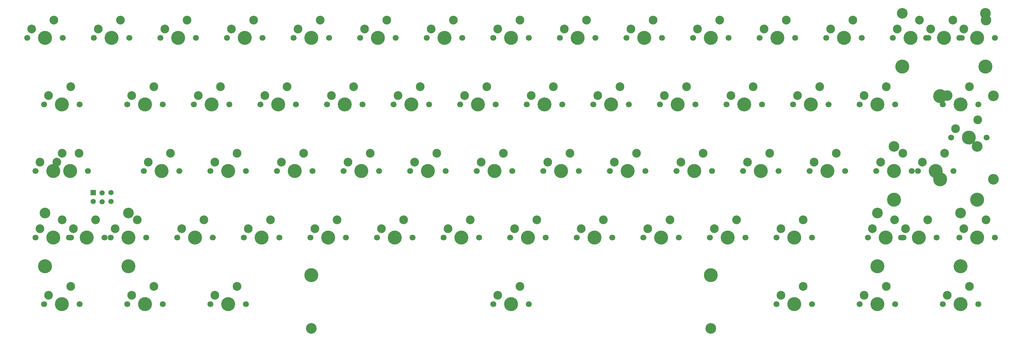
<source format=gbr>
%TF.GenerationSoftware,KiCad,Pcbnew,(5.99.0-13123-g97e9348ee1)*%
%TF.CreationDate,2021-12-06T14:10:23+03:00*%
%TF.ProjectId,Monoflex60,4d6f6e6f-666c-4657-9836-302e6b696361,rev?*%
%TF.SameCoordinates,Original*%
%TF.FileFunction,Soldermask,Top*%
%TF.FilePolarity,Negative*%
%FSLAX46Y46*%
G04 Gerber Fmt 4.6, Leading zero omitted, Abs format (unit mm)*
G04 Created by KiCad (PCBNEW (5.99.0-13123-g97e9348ee1)) date 2021-12-06 14:10:23*
%MOMM*%
%LPD*%
G01*
G04 APERTURE LIST*
%ADD10C,1.700000*%
%ADD11C,4.000000*%
%ADD12C,2.500000*%
%ADD13C,3.000000*%
%ADD14C,3.050000*%
%ADD15C,3.987800*%
%ADD16R,1.500000X1.500000*%
%ADD17C,1.500000*%
G04 APERTURE END LIST*
D10*
%TO.C,SW1*%
X60007500Y-92075000D03*
D11*
X65087500Y-92075000D03*
D10*
X70167500Y-92075000D03*
D12*
X61277500Y-89535000D03*
X67627500Y-86995000D03*
%TD*%
D10*
%TO.C,SW3*%
X108267500Y-92075000D03*
D11*
X103187500Y-92075000D03*
D10*
X98107500Y-92075000D03*
D12*
X99377500Y-89535000D03*
X105727500Y-86995000D03*
%TD*%
D10*
%TO.C,SW4*%
X117157500Y-92075000D03*
X127317500Y-92075000D03*
D11*
X122237500Y-92075000D03*
D12*
X118427500Y-89535000D03*
X124777500Y-86995000D03*
%TD*%
D10*
%TO.C,SW5*%
X136207500Y-92075000D03*
X146367500Y-92075000D03*
D11*
X141287500Y-92075000D03*
D12*
X137477500Y-89535000D03*
X143827500Y-86995000D03*
%TD*%
D10*
%TO.C,SW6*%
X155257500Y-92075000D03*
X165417500Y-92075000D03*
D11*
X160337500Y-92075000D03*
D12*
X156527500Y-89535000D03*
X162877500Y-86995000D03*
%TD*%
D11*
%TO.C,SW7*%
X179387500Y-92075000D03*
D10*
X184467500Y-92075000D03*
X174307500Y-92075000D03*
D12*
X175577500Y-89535000D03*
X181927500Y-86995000D03*
%TD*%
D11*
%TO.C,SW8*%
X198437500Y-92075000D03*
D10*
X203517500Y-92075000D03*
X193357500Y-92075000D03*
D12*
X194627500Y-89535000D03*
X200977500Y-86995000D03*
%TD*%
D10*
%TO.C,SW9*%
X222567500Y-92075000D03*
X212407500Y-92075000D03*
D11*
X217487500Y-92075000D03*
D12*
X213677500Y-89535000D03*
X220027500Y-86995000D03*
%TD*%
D10*
%TO.C,SW10*%
X231457500Y-92075000D03*
X241617500Y-92075000D03*
D11*
X236537500Y-92075000D03*
D12*
X232727500Y-89535000D03*
X239077500Y-86995000D03*
%TD*%
D10*
%TO.C,SW11*%
X260667500Y-92075000D03*
X250507500Y-92075000D03*
D11*
X255587500Y-92075000D03*
D12*
X251777500Y-89535000D03*
X258127500Y-86995000D03*
%TD*%
D11*
%TO.C,SW12*%
X274637500Y-92075000D03*
D10*
X279717500Y-92075000D03*
X269557500Y-92075000D03*
D12*
X270827500Y-89535000D03*
X277177500Y-86995000D03*
%TD*%
D10*
%TO.C,SW13*%
X298767500Y-92075000D03*
D11*
X293687500Y-92075000D03*
D10*
X288607500Y-92075000D03*
D12*
X289877500Y-89535000D03*
X296227500Y-86995000D03*
%TD*%
D10*
%TO.C,SW14*%
X307657500Y-92075000D03*
D11*
X312737500Y-92075000D03*
D10*
X317817500Y-92075000D03*
D12*
X308927500Y-89535000D03*
X315277500Y-86995000D03*
%TD*%
D11*
%TO.C,SW16*%
X331787500Y-92075000D03*
D10*
X326707500Y-92075000D03*
X336867500Y-92075000D03*
D12*
X327977500Y-89535000D03*
D13*
X334327500Y-86995000D03*
%TD*%
D10*
%TO.C,SW19*%
X107632500Y-111125000D03*
D11*
X112712500Y-111125000D03*
D10*
X117792500Y-111125000D03*
D12*
X108902500Y-108585000D03*
X115252500Y-106045000D03*
%TD*%
D10*
%TO.C,SW20*%
X136842500Y-111125000D03*
D11*
X131762500Y-111125000D03*
D10*
X126682500Y-111125000D03*
D12*
X127952500Y-108585000D03*
X134302500Y-106045000D03*
%TD*%
D11*
%TO.C,SW21*%
X150812500Y-111125000D03*
D10*
X145732500Y-111125000D03*
X155892500Y-111125000D03*
D12*
X147002500Y-108585000D03*
X153352500Y-106045000D03*
%TD*%
D10*
%TO.C,SW22*%
X174942500Y-111125000D03*
X164782500Y-111125000D03*
D11*
X169862500Y-111125000D03*
D12*
X166052500Y-108585000D03*
X172402500Y-106045000D03*
%TD*%
D11*
%TO.C,SW23*%
X188912500Y-111125000D03*
D10*
X183832500Y-111125000D03*
X193992500Y-111125000D03*
D12*
X185102500Y-108585000D03*
X191452500Y-106045000D03*
%TD*%
D11*
%TO.C,SW24*%
X207962500Y-111125000D03*
D10*
X202882500Y-111125000D03*
X213042500Y-111125000D03*
D12*
X204152500Y-108585000D03*
X210502500Y-106045000D03*
%TD*%
D10*
%TO.C,SW25*%
X232092500Y-111125000D03*
D11*
X227012500Y-111125000D03*
D10*
X221932500Y-111125000D03*
D12*
X223202500Y-108585000D03*
X229552500Y-106045000D03*
%TD*%
D10*
%TO.C,SW26*%
X251142500Y-111125000D03*
X240982500Y-111125000D03*
D11*
X246062500Y-111125000D03*
D12*
X242252500Y-108585000D03*
X248602500Y-106045000D03*
%TD*%
D10*
%TO.C,SW27*%
X260032500Y-111125000D03*
D11*
X265112500Y-111125000D03*
D10*
X270192500Y-111125000D03*
D12*
X261302500Y-108585000D03*
X267652500Y-106045000D03*
%TD*%
D11*
%TO.C,SW28*%
X284162500Y-111125000D03*
D10*
X289242500Y-111125000D03*
X279082500Y-111125000D03*
D12*
X280352500Y-108585000D03*
X286702500Y-106045000D03*
%TD*%
D10*
%TO.C,SW29*%
X308292500Y-111125000D03*
D11*
X303212500Y-111125000D03*
D10*
X298132500Y-111125000D03*
D12*
X299402500Y-108585000D03*
X305752500Y-106045000D03*
%TD*%
D10*
%TO.C,SW30*%
X321945000Y-111125000D03*
D11*
X327025000Y-111125000D03*
D10*
X332105000Y-111125000D03*
D13*
X323215000Y-108585000D03*
D12*
X329565000Y-106045000D03*
%TD*%
D10*
%TO.C,SW34*%
X112395000Y-130175000D03*
D11*
X117475000Y-130175000D03*
D10*
X122555000Y-130175000D03*
D12*
X113665000Y-127635000D03*
X120015000Y-125095000D03*
%TD*%
D11*
%TO.C,SW35*%
X136525000Y-130175000D03*
D10*
X131445000Y-130175000D03*
X141605000Y-130175000D03*
D12*
X132715000Y-127635000D03*
X139065000Y-125095000D03*
%TD*%
D11*
%TO.C,SW36*%
X155575000Y-130175000D03*
D10*
X160655000Y-130175000D03*
X150495000Y-130175000D03*
D12*
X151765000Y-127635000D03*
X158115000Y-125095000D03*
%TD*%
D10*
%TO.C,SW37*%
X179705000Y-130175000D03*
X169545000Y-130175000D03*
D11*
X174625000Y-130175000D03*
D12*
X170815000Y-127635000D03*
X177165000Y-125095000D03*
%TD*%
D10*
%TO.C,SW38*%
X188595000Y-130175000D03*
D11*
X193675000Y-130175000D03*
D10*
X198755000Y-130175000D03*
D12*
X189865000Y-127635000D03*
X196215000Y-125095000D03*
%TD*%
D11*
%TO.C,SW39*%
X212725000Y-130175000D03*
D10*
X217805000Y-130175000D03*
X207645000Y-130175000D03*
D12*
X208915000Y-127635000D03*
X215265000Y-125095000D03*
%TD*%
D10*
%TO.C,SW40*%
X226695000Y-130175000D03*
X236855000Y-130175000D03*
D11*
X231775000Y-130175000D03*
D12*
X227965000Y-127635000D03*
X234315000Y-125095000D03*
%TD*%
D10*
%TO.C,SW41*%
X255905000Y-130175000D03*
X245745000Y-130175000D03*
D11*
X250825000Y-130175000D03*
D12*
X247015000Y-127635000D03*
X253365000Y-125095000D03*
%TD*%
D10*
%TO.C,SW42*%
X264795000Y-130175000D03*
X274955000Y-130175000D03*
D11*
X269875000Y-130175000D03*
D12*
X266065000Y-127635000D03*
X272415000Y-125095000D03*
%TD*%
D10*
%TO.C,SW43*%
X294005000Y-130175000D03*
X283845000Y-130175000D03*
D11*
X288925000Y-130175000D03*
D12*
X285115000Y-127635000D03*
X291465000Y-125095000D03*
%TD*%
D11*
%TO.C,SW44*%
X307975000Y-130175000D03*
D10*
X302895000Y-130175000D03*
X313055000Y-130175000D03*
D12*
X304165000Y-127635000D03*
X310515000Y-125095000D03*
%TD*%
D10*
%TO.C,SW47*%
X72548750Y-149225000D03*
X62388750Y-149225000D03*
D11*
X67468750Y-149225000D03*
D12*
X63658750Y-146685000D03*
X70008750Y-144145000D03*
%TD*%
D14*
%TO.C,SW48*%
X65087500Y-142240000D03*
D10*
X82073750Y-149225000D03*
D11*
X65087500Y-157480000D03*
D10*
X71913750Y-149225000D03*
D11*
X88900000Y-157480000D03*
X76993750Y-149225000D03*
D14*
X88900000Y-142240000D03*
D12*
X73183750Y-146685000D03*
X79533750Y-144145000D03*
%TD*%
D11*
%TO.C,SW49*%
X88900000Y-149225000D03*
D10*
X93980000Y-149225000D03*
X83820000Y-149225000D03*
D12*
X85090000Y-146685000D03*
X91440000Y-144145000D03*
%TD*%
D11*
%TO.C,SW50*%
X107950000Y-149225000D03*
D10*
X102870000Y-149225000D03*
X113030000Y-149225000D03*
D12*
X104140000Y-146685000D03*
X110490000Y-144145000D03*
%TD*%
D10*
%TO.C,SW51*%
X121920000Y-149225000D03*
D11*
X127000000Y-149225000D03*
D10*
X132080000Y-149225000D03*
D12*
X123190000Y-146685000D03*
X129540000Y-144145000D03*
%TD*%
D10*
%TO.C,SW52*%
X151130000Y-149225000D03*
X140970000Y-149225000D03*
D11*
X146050000Y-149225000D03*
D12*
X142240000Y-146685000D03*
X148590000Y-144145000D03*
%TD*%
D10*
%TO.C,SW53*%
X170180000Y-149225000D03*
X160020000Y-149225000D03*
D11*
X165100000Y-149225000D03*
D12*
X161290000Y-146685000D03*
X167640000Y-144145000D03*
%TD*%
D10*
%TO.C,SW54*%
X189230000Y-149225000D03*
X179070000Y-149225000D03*
D11*
X184150000Y-149225000D03*
D12*
X180340000Y-146685000D03*
X186690000Y-144145000D03*
%TD*%
D10*
%TO.C,SW55*%
X208280000Y-149225000D03*
D11*
X203200000Y-149225000D03*
D10*
X198120000Y-149225000D03*
D12*
X199390000Y-146685000D03*
X205740000Y-144145000D03*
%TD*%
D10*
%TO.C,SW56*%
X227330000Y-149225000D03*
D11*
X222250000Y-149225000D03*
D10*
X217170000Y-149225000D03*
D12*
X218440000Y-146685000D03*
X224790000Y-144145000D03*
%TD*%
D10*
%TO.C,SW57*%
X246380000Y-149225000D03*
X236220000Y-149225000D03*
D11*
X241300000Y-149225000D03*
D12*
X237490000Y-146685000D03*
X243840000Y-144145000D03*
%TD*%
D10*
%TO.C,SW58*%
X265430000Y-149225000D03*
D11*
X260350000Y-149225000D03*
D10*
X255270000Y-149225000D03*
D12*
X256540000Y-146685000D03*
X262890000Y-144145000D03*
%TD*%
D10*
%TO.C,SW59*%
X274320000Y-149225000D03*
D11*
X279400000Y-149225000D03*
D10*
X284480000Y-149225000D03*
D12*
X275590000Y-146685000D03*
X281940000Y-144145000D03*
%TD*%
D10*
%TO.C,SW60*%
X300513750Y-149225000D03*
X310673750Y-149225000D03*
D11*
X305593750Y-149225000D03*
D12*
X301783750Y-146685000D03*
X308133750Y-144145000D03*
%TD*%
D14*
%TO.C,SW61*%
X303212500Y-142240000D03*
D10*
X320198750Y-149225000D03*
D11*
X303212500Y-157480000D03*
D10*
X310038750Y-149225000D03*
D11*
X327025000Y-157480000D03*
X315118750Y-149225000D03*
D14*
X327025000Y-142240000D03*
D12*
X311308750Y-146685000D03*
X317658750Y-144145000D03*
%TD*%
D11*
%TO.C,SW62*%
X331787500Y-149225000D03*
D10*
X326707500Y-149225000D03*
X336867500Y-149225000D03*
D12*
X327977500Y-146685000D03*
X334327500Y-144145000D03*
%TD*%
D11*
%TO.C,SW63*%
X69850000Y-168275000D03*
D10*
X64770000Y-168275000D03*
X74930000Y-168275000D03*
D12*
X66040000Y-165735000D03*
X72390000Y-163195000D03*
%TD*%
D10*
%TO.C,SW64*%
X98742500Y-168275000D03*
X88582500Y-168275000D03*
D11*
X93662500Y-168275000D03*
D12*
X89852500Y-165735000D03*
X96202500Y-163195000D03*
%TD*%
D11*
%TO.C,SW65*%
X117475000Y-168275000D03*
D10*
X112395000Y-168275000D03*
X122555000Y-168275000D03*
D12*
X113665000Y-165735000D03*
X120015000Y-163195000D03*
%TD*%
D11*
%TO.C,SW67*%
X279400000Y-168275000D03*
D10*
X274320000Y-168275000D03*
X284480000Y-168275000D03*
D12*
X275590000Y-165735000D03*
X281940000Y-163195000D03*
%TD*%
D10*
%TO.C,SW68*%
X298132500Y-168275000D03*
X308292500Y-168275000D03*
D11*
X303212500Y-168275000D03*
D12*
X299402500Y-165735000D03*
X305752500Y-163195000D03*
%TD*%
D10*
%TO.C,SW69*%
X332105000Y-168275000D03*
X321945000Y-168275000D03*
D11*
X327025000Y-168275000D03*
D12*
X323215000Y-165735000D03*
X329565000Y-163195000D03*
%TD*%
D10*
%TO.C,SW2*%
X89217500Y-92075000D03*
X79057500Y-92075000D03*
D11*
X84137500Y-92075000D03*
D12*
X80327500Y-89535000D03*
X86677500Y-86995000D03*
%TD*%
D10*
%TO.C,SW18*%
X88582500Y-111125000D03*
X98742500Y-111125000D03*
D11*
X93662500Y-111125000D03*
D12*
X89852500Y-108585000D03*
X96202500Y-106045000D03*
%TD*%
D11*
%TO.C,SW32*%
X72231250Y-130175000D03*
D10*
X67151250Y-130175000D03*
X77311250Y-130175000D03*
D12*
X68421250Y-127635000D03*
X74771250Y-125095000D03*
%TD*%
D14*
%TO.C,SW66*%
X255587500Y-175260000D03*
X141287500Y-175260000D03*
D15*
X255587500Y-160020000D03*
D11*
X198437500Y-168275000D03*
D10*
X193357500Y-168275000D03*
X203517500Y-168275000D03*
D11*
X141287500Y-160020000D03*
D12*
X194627500Y-165735000D03*
X200977500Y-163195000D03*
%TD*%
D14*
%TO.C,SW45*%
X307975000Y-123190000D03*
D10*
X324961250Y-130175000D03*
X314801250Y-130175000D03*
D11*
X319881250Y-130175000D03*
D14*
X331787500Y-123190000D03*
D11*
X307975000Y-138430000D03*
X331787500Y-138430000D03*
D12*
X316071250Y-127635000D03*
X322421250Y-125095000D03*
%TD*%
D11*
%TO.C,SW31*%
X67468750Y-130175000D03*
D10*
X72548750Y-130175000D03*
X62388750Y-130175000D03*
D12*
X63658750Y-127635000D03*
X70008750Y-125095000D03*
%TD*%
D11*
%TO.C,SW15*%
X322262500Y-92075000D03*
D14*
X334168750Y-85090000D03*
X310356250Y-85090000D03*
D10*
X317182500Y-92075000D03*
X327342500Y-92075000D03*
D11*
X334168750Y-100330000D03*
X310356250Y-100330000D03*
D12*
X318452500Y-89535000D03*
X324802500Y-86995000D03*
%TD*%
D10*
%TO.C,SW33*%
X93345000Y-130175000D03*
X103505000Y-130175000D03*
D11*
X98425000Y-130175000D03*
D12*
X94615000Y-127635000D03*
X100965000Y-125095000D03*
%TD*%
D10*
%TO.C,SW17*%
X74930000Y-111125000D03*
X64770000Y-111125000D03*
D11*
X69850000Y-111125000D03*
D12*
X66040000Y-108585000D03*
X72390000Y-106045000D03*
%TD*%
D14*
%TO.C,SW46*%
X336391250Y-132588000D03*
D11*
X321151250Y-132556250D03*
D14*
X336391250Y-108712000D03*
D10*
X324326250Y-120650000D03*
X334486250Y-120650000D03*
D15*
X329406250Y-120650000D03*
D11*
X321151250Y-108743750D03*
D12*
X325596250Y-118110000D03*
X331946250Y-115570000D03*
%TD*%
D16*
%TO.C,J2*%
X78882240Y-136357360D03*
D17*
X78882240Y-138897360D03*
X81422240Y-136484360D03*
X81422240Y-139024360D03*
X83962240Y-136357360D03*
X83962240Y-138897360D03*
%TD*%
M02*

</source>
